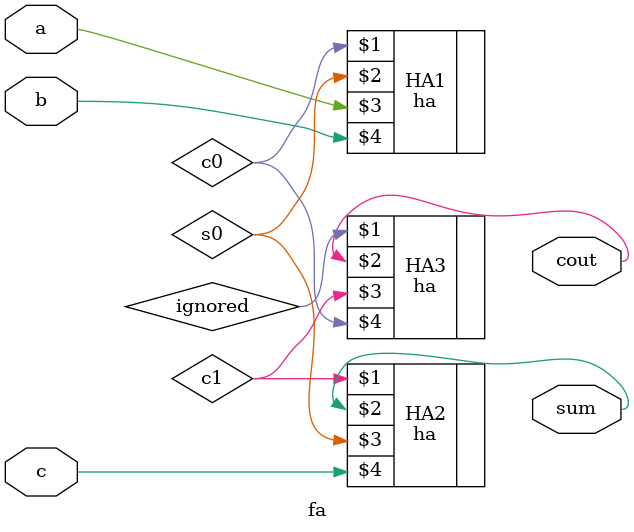
<source format=v>
module fa (cout,sum,a,b,c);
input a,b,c;
output cout,sum;

ha HA1(c0,s0,a,b);
ha HA2(c1,sum,s0,c);
ha HA3(ignored,cout,c1,c0);

endmodule
</source>
